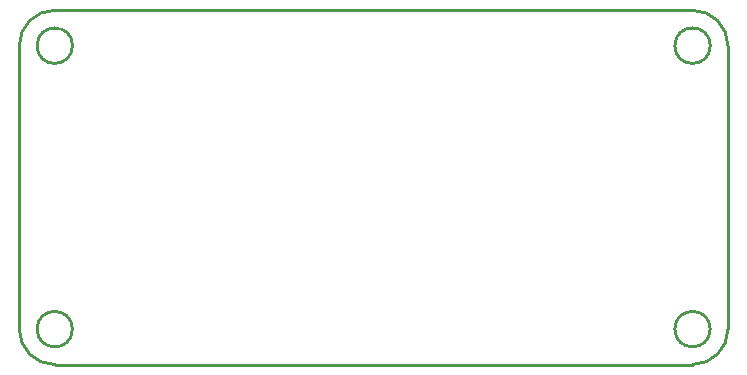
<source format=gbr>
%TF.GenerationSoftware,Altium Limited,Altium Designer,24.7.2 (38)*%
G04 Layer_Color=16711935*
%FSLAX43Y43*%
%MOMM*%
%TF.SameCoordinates,A6C98B59-F63B-4C8E-8392-574C2285590F*%
%TF.FilePolarity,Positive*%
%TF.FileFunction,Keep-out,Top*%
%TF.Part,Single*%
G01*
G75*
%TA.AperFunction,NonConductor*%
%ADD36C,0.254*%
D36*
X58500Y3000D02*
G03*
X58500Y3000I-1500J0D01*
G01*
X0D02*
G03*
X3000Y0I3000J0D01*
G01*
X4500Y27000D02*
G03*
X4500Y27000I-1500J0D01*
G01*
Y3000D02*
G03*
X4500Y3000I-1500J0D01*
G01*
X58500Y27000D02*
G03*
X58500Y27000I-1500J0D01*
G01*
X57000Y0D02*
G03*
X60000Y3000I0J3000D01*
G01*
X3000Y30000D02*
G03*
X0Y27000I0J-3000D01*
G01*
X60000D02*
G03*
X57000Y30000I-3000J0D01*
G01*
X-0Y27000D02*
X0Y3012D01*
X2963Y30000D02*
X57000D01*
X60000Y27000D02*
X60000Y3050D01*
X2999Y-0D02*
X57000Y-0D01*
%TF.MD5,31ccd15c55bd46837102eb02bab1f136*%
M02*

</source>
